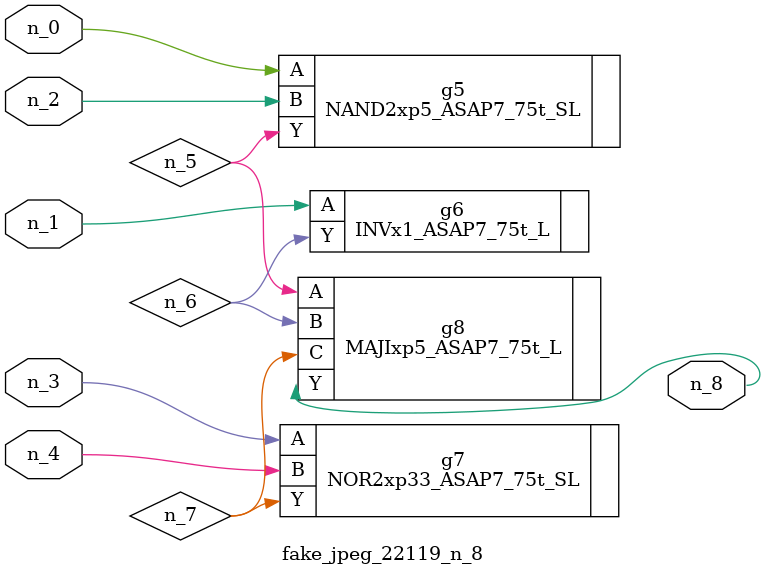
<source format=v>
module fake_jpeg_22119_n_8 (n_3, n_2, n_1, n_0, n_4, n_8);

input n_3;
input n_2;
input n_1;
input n_0;
input n_4;

output n_8;

wire n_6;
wire n_5;
wire n_7;

NAND2xp5_ASAP7_75t_SL g5 ( 
.A(n_0),
.B(n_2),
.Y(n_5)
);

INVx1_ASAP7_75t_L g6 ( 
.A(n_1),
.Y(n_6)
);

NOR2xp33_ASAP7_75t_SL g7 ( 
.A(n_3),
.B(n_4),
.Y(n_7)
);

MAJIxp5_ASAP7_75t_L g8 ( 
.A(n_5),
.B(n_6),
.C(n_7),
.Y(n_8)
);


endmodule
</source>
